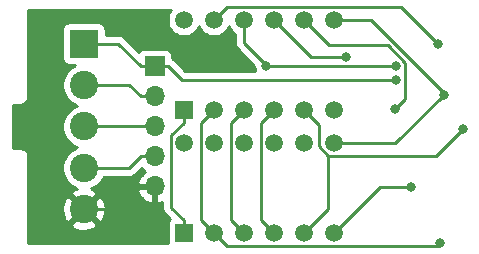
<source format=gbr>
G04 #@! TF.GenerationSoftware,KiCad,Pcbnew,5.1.5+dfsg1-2build2*
G04 #@! TF.CreationDate,2021-11-16T18:40:55-05:00*
G04 #@! TF.ProjectId,028INCH_8DIGIT,30323849-4e43-4485-9f38-44494749542e,rev?*
G04 #@! TF.SameCoordinates,Original*
G04 #@! TF.FileFunction,Copper,L1,Top*
G04 #@! TF.FilePolarity,Positive*
%FSLAX46Y46*%
G04 Gerber Fmt 4.6, Leading zero omitted, Abs format (unit mm)*
G04 Created by KiCad (PCBNEW 5.1.5+dfsg1-2build2) date 2021-11-16 18:40:55*
%MOMM*%
%LPD*%
G04 APERTURE LIST*
%ADD10R,1.500000X1.500000*%
%ADD11C,1.500000*%
%ADD12O,1.700000X1.700000*%
%ADD13R,1.700000X1.700000*%
%ADD14C,2.400000*%
%ADD15R,2.400000X2.400000*%
%ADD16C,0.800000*%
%ADD17C,0.250000*%
%ADD18C,0.254000*%
G04 APERTURE END LIST*
D10*
X115138000Y-109100000D03*
D11*
X117678000Y-109100000D03*
X120218000Y-109100000D03*
X122758000Y-109100000D03*
X125298000Y-109100000D03*
X127838000Y-109100000D03*
X127838000Y-101480000D03*
X125298000Y-101480000D03*
X122758000Y-101480000D03*
X120218000Y-101480000D03*
X117678000Y-101480000D03*
X115138000Y-101480000D03*
D10*
X115138000Y-119520000D03*
D11*
X117678000Y-119520000D03*
X120218000Y-119520000D03*
X122758000Y-119520000D03*
X125298000Y-119520000D03*
X127838000Y-119520000D03*
X127838000Y-111900000D03*
X125298000Y-111900000D03*
X122758000Y-111900000D03*
X120218000Y-111900000D03*
X117678000Y-111900000D03*
X115138000Y-111900000D03*
D12*
X112649000Y-115580000D03*
X112649000Y-113040000D03*
X112649000Y-110500000D03*
X112649000Y-107960000D03*
D13*
X112649000Y-105420000D03*
D14*
X106667000Y-117500000D03*
X106667000Y-114000000D03*
X106667000Y-110500000D03*
X106667000Y-107000000D03*
D15*
X106667000Y-103500000D03*
D16*
X128873200Y-104613700D03*
X134380700Y-115601600D03*
X133035700Y-109032400D03*
X136636400Y-103529700D03*
X133108500Y-106531000D03*
X136848900Y-120384700D03*
X138764500Y-110711900D03*
X137135300Y-107805000D03*
X122111300Y-105369200D03*
X133083800Y-105339000D03*
D17*
X128873200Y-104613700D02*
X125891700Y-104613700D01*
X125891700Y-104613700D02*
X122758000Y-101480000D01*
X134380700Y-115601600D02*
X131756400Y-115601600D01*
X131756400Y-115601600D02*
X127838000Y-119520000D01*
X125298000Y-101480000D02*
X127453800Y-103635800D01*
X127453800Y-103635800D02*
X132409000Y-103635800D01*
X132409000Y-103635800D02*
X133871900Y-105098700D01*
X133871900Y-105098700D02*
X133871900Y-108196200D01*
X133871900Y-108196200D02*
X133035700Y-109032400D01*
X136636400Y-103529700D02*
X133511300Y-100404600D01*
X133511300Y-100404600D02*
X118753400Y-100404600D01*
X118753400Y-100404600D02*
X117678000Y-101480000D01*
X112649000Y-115580000D02*
X111473700Y-115580000D01*
X106667000Y-117500000D02*
X109553700Y-117500000D01*
X109553700Y-117500000D02*
X111473700Y-115580000D01*
X112649000Y-113040000D02*
X111473700Y-113040000D01*
X106667000Y-114000000D02*
X110513700Y-114000000D01*
X110513700Y-114000000D02*
X111473700Y-113040000D01*
X106667000Y-110500000D02*
X112649000Y-110500000D01*
X112649000Y-107960000D02*
X111473700Y-107960000D01*
X106667000Y-107000000D02*
X110513700Y-107000000D01*
X110513700Y-107000000D02*
X111473700Y-107960000D01*
X113824300Y-105420000D02*
X114935300Y-106531000D01*
X114935300Y-106531000D02*
X133108500Y-106531000D01*
X112649000Y-105420000D02*
X111473700Y-105420000D01*
X106667000Y-103500000D02*
X109553700Y-103500000D01*
X109553700Y-103500000D02*
X111473700Y-105420000D01*
X112649000Y-105420000D02*
X113824300Y-105420000D01*
X117678000Y-109100000D02*
X116579500Y-110198500D01*
X116579500Y-110198500D02*
X116579500Y-118421500D01*
X116579500Y-118421500D02*
X117678000Y-119520000D01*
X136848900Y-120384700D02*
X136638200Y-120595400D01*
X136638200Y-120595400D02*
X118753400Y-120595400D01*
X118753400Y-120595400D02*
X117678000Y-119520000D01*
X120218000Y-109100000D02*
X119106700Y-110211300D01*
X119106700Y-110211300D02*
X119106700Y-118408700D01*
X119106700Y-118408700D02*
X120218000Y-119520000D01*
X115138000Y-109100000D02*
X115138000Y-110175300D01*
X115138000Y-119520000D02*
X115138000Y-118444700D01*
X115138000Y-118444700D02*
X114062700Y-117369400D01*
X114062700Y-117369400D02*
X114062700Y-111250600D01*
X114062700Y-111250600D02*
X115138000Y-110175300D01*
X122758000Y-119520000D02*
X121646700Y-118408700D01*
X121646700Y-118408700D02*
X121646700Y-110211300D01*
X121646700Y-110211300D02*
X122758000Y-109100000D01*
X127356300Y-112977900D02*
X126568000Y-112189600D01*
X126568000Y-112189600D02*
X126568000Y-110370000D01*
X126568000Y-110370000D02*
X125298000Y-109100000D01*
X138764500Y-110711900D02*
X136498500Y-112977900D01*
X136498500Y-112977900D02*
X127356300Y-112977900D01*
X127356300Y-112977900D02*
X127356300Y-117461700D01*
X127356300Y-117461700D02*
X125298000Y-119520000D01*
X137135300Y-107805000D02*
X137135300Y-107645700D01*
X137135300Y-107645700D02*
X130969600Y-101480000D01*
X130969600Y-101480000D02*
X127838000Y-101480000D01*
X127838000Y-111900000D02*
X133040300Y-111900000D01*
X133040300Y-111900000D02*
X137135300Y-107805000D01*
X122141500Y-105339000D02*
X122111300Y-105369200D01*
X122141500Y-105339000D02*
X120218000Y-103415500D01*
X120218000Y-103415500D02*
X120218000Y-101480000D01*
X133083800Y-105339000D02*
X122141500Y-105339000D01*
D18*
G36*
X113910629Y-100823957D02*
G01*
X113806225Y-101076011D01*
X113753000Y-101343589D01*
X113753000Y-101616411D01*
X113806225Y-101883989D01*
X113910629Y-102136043D01*
X114062201Y-102362886D01*
X114255114Y-102555799D01*
X114481957Y-102707371D01*
X114734011Y-102811775D01*
X115001589Y-102865000D01*
X115274411Y-102865000D01*
X115541989Y-102811775D01*
X115794043Y-102707371D01*
X116020886Y-102555799D01*
X116213799Y-102362886D01*
X116365371Y-102136043D01*
X116408000Y-102033127D01*
X116450629Y-102136043D01*
X116602201Y-102362886D01*
X116795114Y-102555799D01*
X117021957Y-102707371D01*
X117274011Y-102811775D01*
X117541589Y-102865000D01*
X117814411Y-102865000D01*
X118081989Y-102811775D01*
X118334043Y-102707371D01*
X118560886Y-102555799D01*
X118753799Y-102362886D01*
X118905371Y-102136043D01*
X118948000Y-102033127D01*
X118990629Y-102136043D01*
X119142201Y-102362886D01*
X119335114Y-102555799D01*
X119458000Y-102637909D01*
X119458000Y-103378177D01*
X119454324Y-103415500D01*
X119458000Y-103452822D01*
X119458000Y-103452832D01*
X119468997Y-103564485D01*
X119494630Y-103648986D01*
X119512454Y-103707746D01*
X119583026Y-103839776D01*
X119622871Y-103888326D01*
X119677999Y-103955501D01*
X119707003Y-103979304D01*
X121076300Y-105348602D01*
X121076300Y-105471139D01*
X121116074Y-105671098D01*
X121157455Y-105771000D01*
X115250102Y-105771000D01*
X114388104Y-104909002D01*
X114364301Y-104879999D01*
X114248576Y-104785026D01*
X114137072Y-104725425D01*
X114137072Y-104570000D01*
X114124812Y-104445518D01*
X114088502Y-104325820D01*
X114029537Y-104215506D01*
X113950185Y-104118815D01*
X113853494Y-104039463D01*
X113743180Y-103980498D01*
X113623482Y-103944188D01*
X113499000Y-103931928D01*
X111799000Y-103931928D01*
X111674518Y-103944188D01*
X111554820Y-103980498D01*
X111444506Y-104039463D01*
X111347815Y-104118815D01*
X111302515Y-104174013D01*
X110117504Y-102989003D01*
X110093701Y-102959999D01*
X109977976Y-102865026D01*
X109845947Y-102794454D01*
X109702686Y-102750997D01*
X109591033Y-102740000D01*
X109591022Y-102740000D01*
X109553700Y-102736324D01*
X109516378Y-102740000D01*
X108505072Y-102740000D01*
X108505072Y-102300000D01*
X108492812Y-102175518D01*
X108456502Y-102055820D01*
X108397537Y-101945506D01*
X108318185Y-101848815D01*
X108221494Y-101769463D01*
X108111180Y-101710498D01*
X107991482Y-101674188D01*
X107867000Y-101661928D01*
X105467000Y-101661928D01*
X105342518Y-101674188D01*
X105222820Y-101710498D01*
X105112506Y-101769463D01*
X105015815Y-101848815D01*
X104936463Y-101945506D01*
X104877498Y-102055820D01*
X104841188Y-102175518D01*
X104828928Y-102300000D01*
X104828928Y-104700000D01*
X104841188Y-104824482D01*
X104877498Y-104944180D01*
X104936463Y-105054494D01*
X105015815Y-105151185D01*
X105112506Y-105230537D01*
X105222820Y-105289502D01*
X105342518Y-105325812D01*
X105467000Y-105338072D01*
X105884162Y-105338072D01*
X105797801Y-105373844D01*
X105497256Y-105574662D01*
X105241662Y-105830256D01*
X105040844Y-106130801D01*
X104902518Y-106464750D01*
X104832000Y-106819268D01*
X104832000Y-107180732D01*
X104902518Y-107535250D01*
X105040844Y-107869199D01*
X105241662Y-108169744D01*
X105497256Y-108425338D01*
X105797801Y-108626156D01*
X106096787Y-108750000D01*
X105797801Y-108873844D01*
X105497256Y-109074662D01*
X105241662Y-109330256D01*
X105040844Y-109630801D01*
X104902518Y-109964750D01*
X104832000Y-110319268D01*
X104832000Y-110680732D01*
X104902518Y-111035250D01*
X105040844Y-111369199D01*
X105241662Y-111669744D01*
X105497256Y-111925338D01*
X105797801Y-112126156D01*
X106096787Y-112250000D01*
X105797801Y-112373844D01*
X105497256Y-112574662D01*
X105241662Y-112830256D01*
X105040844Y-113130801D01*
X104902518Y-113464750D01*
X104832000Y-113819268D01*
X104832000Y-114180732D01*
X104902518Y-114535250D01*
X105040844Y-114869199D01*
X105241662Y-115169744D01*
X105497256Y-115425338D01*
X105797801Y-115626156D01*
X106104489Y-115753190D01*
X105911167Y-115818154D01*
X105688514Y-115937164D01*
X105568626Y-116222020D01*
X106667000Y-117320395D01*
X107765374Y-116222020D01*
X107645486Y-115937164D01*
X107644935Y-115936890D01*
X111207524Y-115936890D01*
X111252175Y-116084099D01*
X111377359Y-116346920D01*
X111551412Y-116580269D01*
X111767645Y-116775178D01*
X112017748Y-116924157D01*
X112292109Y-117021481D01*
X112522000Y-116900814D01*
X112522000Y-115707000D01*
X111328845Y-115707000D01*
X111207524Y-115936890D01*
X107644935Y-115936890D01*
X107321790Y-115776301D01*
X107232310Y-115752031D01*
X107536199Y-115626156D01*
X107836744Y-115425338D01*
X108092338Y-115169744D01*
X108293156Y-114869199D01*
X108338388Y-114760000D01*
X110476378Y-114760000D01*
X110513700Y-114763676D01*
X110551022Y-114760000D01*
X110551033Y-114760000D01*
X110662686Y-114749003D01*
X110805947Y-114705546D01*
X110937976Y-114634974D01*
X111053701Y-114540001D01*
X111077504Y-114510998D01*
X111548697Y-114039804D01*
X111702368Y-114193475D01*
X111884534Y-114315195D01*
X111767645Y-114384822D01*
X111551412Y-114579731D01*
X111377359Y-114813080D01*
X111252175Y-115075901D01*
X111207524Y-115223110D01*
X111328845Y-115453000D01*
X112522000Y-115453000D01*
X112522000Y-115433000D01*
X112776000Y-115433000D01*
X112776000Y-115453000D01*
X112796000Y-115453000D01*
X112796000Y-115707000D01*
X112776000Y-115707000D01*
X112776000Y-116900814D01*
X113005891Y-117021481D01*
X113280252Y-116924157D01*
X113302700Y-116910785D01*
X113302700Y-117332077D01*
X113299024Y-117369400D01*
X113302700Y-117406722D01*
X113302700Y-117406732D01*
X113313697Y-117518385D01*
X113341696Y-117610686D01*
X113357154Y-117661646D01*
X113427726Y-117793676D01*
X113467571Y-117842226D01*
X113522699Y-117909401D01*
X113551702Y-117933204D01*
X113937089Y-118318590D01*
X113936815Y-118318815D01*
X113857463Y-118415506D01*
X113798498Y-118525820D01*
X113762188Y-118645518D01*
X113749928Y-118770000D01*
X113749928Y-120270000D01*
X113756822Y-120340000D01*
X101960000Y-120340000D01*
X101960000Y-118777980D01*
X105568626Y-118777980D01*
X105688514Y-119062836D01*
X106012210Y-119223699D01*
X106361069Y-119318322D01*
X106721684Y-119343067D01*
X107080198Y-119296985D01*
X107422833Y-119181846D01*
X107645486Y-119062836D01*
X107765374Y-118777980D01*
X106667000Y-117679605D01*
X105568626Y-118777980D01*
X101960000Y-118777980D01*
X101960000Y-117554684D01*
X104823933Y-117554684D01*
X104870015Y-117913198D01*
X104985154Y-118255833D01*
X105104164Y-118478486D01*
X105389020Y-118598374D01*
X106487395Y-117500000D01*
X106846605Y-117500000D01*
X107944980Y-118598374D01*
X108229836Y-118478486D01*
X108390699Y-118154790D01*
X108485322Y-117805931D01*
X108510067Y-117445316D01*
X108463985Y-117086802D01*
X108348846Y-116744167D01*
X108229836Y-116521514D01*
X107944980Y-116401626D01*
X106846605Y-117500000D01*
X106487395Y-117500000D01*
X105389020Y-116401626D01*
X105104164Y-116521514D01*
X104943301Y-116845210D01*
X104848678Y-117194069D01*
X104823933Y-117554684D01*
X101960000Y-117554684D01*
X101960000Y-113032419D01*
X101963193Y-113000000D01*
X101950450Y-112870617D01*
X101912710Y-112746207D01*
X101851425Y-112631550D01*
X101768948Y-112531052D01*
X101668450Y-112448575D01*
X101553793Y-112387290D01*
X101429383Y-112349550D01*
X101332419Y-112340000D01*
X101300000Y-112336807D01*
X101267581Y-112340000D01*
X100660000Y-112340000D01*
X100660000Y-108660000D01*
X101267581Y-108660000D01*
X101300000Y-108663193D01*
X101332419Y-108660000D01*
X101429383Y-108650450D01*
X101553793Y-108612710D01*
X101668450Y-108551425D01*
X101768948Y-108468948D01*
X101851425Y-108368450D01*
X101912710Y-108253793D01*
X101950450Y-108129383D01*
X101963193Y-108000000D01*
X101960000Y-107967581D01*
X101960000Y-100660000D01*
X114020182Y-100660000D01*
X113910629Y-100823957D01*
G37*
X113910629Y-100823957D02*
X113806225Y-101076011D01*
X113753000Y-101343589D01*
X113753000Y-101616411D01*
X113806225Y-101883989D01*
X113910629Y-102136043D01*
X114062201Y-102362886D01*
X114255114Y-102555799D01*
X114481957Y-102707371D01*
X114734011Y-102811775D01*
X115001589Y-102865000D01*
X115274411Y-102865000D01*
X115541989Y-102811775D01*
X115794043Y-102707371D01*
X116020886Y-102555799D01*
X116213799Y-102362886D01*
X116365371Y-102136043D01*
X116408000Y-102033127D01*
X116450629Y-102136043D01*
X116602201Y-102362886D01*
X116795114Y-102555799D01*
X117021957Y-102707371D01*
X117274011Y-102811775D01*
X117541589Y-102865000D01*
X117814411Y-102865000D01*
X118081989Y-102811775D01*
X118334043Y-102707371D01*
X118560886Y-102555799D01*
X118753799Y-102362886D01*
X118905371Y-102136043D01*
X118948000Y-102033127D01*
X118990629Y-102136043D01*
X119142201Y-102362886D01*
X119335114Y-102555799D01*
X119458000Y-102637909D01*
X119458000Y-103378177D01*
X119454324Y-103415500D01*
X119458000Y-103452822D01*
X119458000Y-103452832D01*
X119468997Y-103564485D01*
X119494630Y-103648986D01*
X119512454Y-103707746D01*
X119583026Y-103839776D01*
X119622871Y-103888326D01*
X119677999Y-103955501D01*
X119707003Y-103979304D01*
X121076300Y-105348602D01*
X121076300Y-105471139D01*
X121116074Y-105671098D01*
X121157455Y-105771000D01*
X115250102Y-105771000D01*
X114388104Y-104909002D01*
X114364301Y-104879999D01*
X114248576Y-104785026D01*
X114137072Y-104725425D01*
X114137072Y-104570000D01*
X114124812Y-104445518D01*
X114088502Y-104325820D01*
X114029537Y-104215506D01*
X113950185Y-104118815D01*
X113853494Y-104039463D01*
X113743180Y-103980498D01*
X113623482Y-103944188D01*
X113499000Y-103931928D01*
X111799000Y-103931928D01*
X111674518Y-103944188D01*
X111554820Y-103980498D01*
X111444506Y-104039463D01*
X111347815Y-104118815D01*
X111302515Y-104174013D01*
X110117504Y-102989003D01*
X110093701Y-102959999D01*
X109977976Y-102865026D01*
X109845947Y-102794454D01*
X109702686Y-102750997D01*
X109591033Y-102740000D01*
X109591022Y-102740000D01*
X109553700Y-102736324D01*
X109516378Y-102740000D01*
X108505072Y-102740000D01*
X108505072Y-102300000D01*
X108492812Y-102175518D01*
X108456502Y-102055820D01*
X108397537Y-101945506D01*
X108318185Y-101848815D01*
X108221494Y-101769463D01*
X108111180Y-101710498D01*
X107991482Y-101674188D01*
X107867000Y-101661928D01*
X105467000Y-101661928D01*
X105342518Y-101674188D01*
X105222820Y-101710498D01*
X105112506Y-101769463D01*
X105015815Y-101848815D01*
X104936463Y-101945506D01*
X104877498Y-102055820D01*
X104841188Y-102175518D01*
X104828928Y-102300000D01*
X104828928Y-104700000D01*
X104841188Y-104824482D01*
X104877498Y-104944180D01*
X104936463Y-105054494D01*
X105015815Y-105151185D01*
X105112506Y-105230537D01*
X105222820Y-105289502D01*
X105342518Y-105325812D01*
X105467000Y-105338072D01*
X105884162Y-105338072D01*
X105797801Y-105373844D01*
X105497256Y-105574662D01*
X105241662Y-105830256D01*
X105040844Y-106130801D01*
X104902518Y-106464750D01*
X104832000Y-106819268D01*
X104832000Y-107180732D01*
X104902518Y-107535250D01*
X105040844Y-107869199D01*
X105241662Y-108169744D01*
X105497256Y-108425338D01*
X105797801Y-108626156D01*
X106096787Y-108750000D01*
X105797801Y-108873844D01*
X105497256Y-109074662D01*
X105241662Y-109330256D01*
X105040844Y-109630801D01*
X104902518Y-109964750D01*
X104832000Y-110319268D01*
X104832000Y-110680732D01*
X104902518Y-111035250D01*
X105040844Y-111369199D01*
X105241662Y-111669744D01*
X105497256Y-111925338D01*
X105797801Y-112126156D01*
X106096787Y-112250000D01*
X105797801Y-112373844D01*
X105497256Y-112574662D01*
X105241662Y-112830256D01*
X105040844Y-113130801D01*
X104902518Y-113464750D01*
X104832000Y-113819268D01*
X104832000Y-114180732D01*
X104902518Y-114535250D01*
X105040844Y-114869199D01*
X105241662Y-115169744D01*
X105497256Y-115425338D01*
X105797801Y-115626156D01*
X106104489Y-115753190D01*
X105911167Y-115818154D01*
X105688514Y-115937164D01*
X105568626Y-116222020D01*
X106667000Y-117320395D01*
X107765374Y-116222020D01*
X107645486Y-115937164D01*
X107644935Y-115936890D01*
X111207524Y-115936890D01*
X111252175Y-116084099D01*
X111377359Y-116346920D01*
X111551412Y-116580269D01*
X111767645Y-116775178D01*
X112017748Y-116924157D01*
X112292109Y-117021481D01*
X112522000Y-116900814D01*
X112522000Y-115707000D01*
X111328845Y-115707000D01*
X111207524Y-115936890D01*
X107644935Y-115936890D01*
X107321790Y-115776301D01*
X107232310Y-115752031D01*
X107536199Y-115626156D01*
X107836744Y-115425338D01*
X108092338Y-115169744D01*
X108293156Y-114869199D01*
X108338388Y-114760000D01*
X110476378Y-114760000D01*
X110513700Y-114763676D01*
X110551022Y-114760000D01*
X110551033Y-114760000D01*
X110662686Y-114749003D01*
X110805947Y-114705546D01*
X110937976Y-114634974D01*
X111053701Y-114540001D01*
X111077504Y-114510998D01*
X111548697Y-114039804D01*
X111702368Y-114193475D01*
X111884534Y-114315195D01*
X111767645Y-114384822D01*
X111551412Y-114579731D01*
X111377359Y-114813080D01*
X111252175Y-115075901D01*
X111207524Y-115223110D01*
X111328845Y-115453000D01*
X112522000Y-115453000D01*
X112522000Y-115433000D01*
X112776000Y-115433000D01*
X112776000Y-115453000D01*
X112796000Y-115453000D01*
X112796000Y-115707000D01*
X112776000Y-115707000D01*
X112776000Y-116900814D01*
X113005891Y-117021481D01*
X113280252Y-116924157D01*
X113302700Y-116910785D01*
X113302700Y-117332077D01*
X113299024Y-117369400D01*
X113302700Y-117406722D01*
X113302700Y-117406732D01*
X113313697Y-117518385D01*
X113341696Y-117610686D01*
X113357154Y-117661646D01*
X113427726Y-117793676D01*
X113467571Y-117842226D01*
X113522699Y-117909401D01*
X113551702Y-117933204D01*
X113937089Y-118318590D01*
X113936815Y-118318815D01*
X113857463Y-118415506D01*
X113798498Y-118525820D01*
X113762188Y-118645518D01*
X113749928Y-118770000D01*
X113749928Y-120270000D01*
X113756822Y-120340000D01*
X101960000Y-120340000D01*
X101960000Y-118777980D01*
X105568626Y-118777980D01*
X105688514Y-119062836D01*
X106012210Y-119223699D01*
X106361069Y-119318322D01*
X106721684Y-119343067D01*
X107080198Y-119296985D01*
X107422833Y-119181846D01*
X107645486Y-119062836D01*
X107765374Y-118777980D01*
X106667000Y-117679605D01*
X105568626Y-118777980D01*
X101960000Y-118777980D01*
X101960000Y-117554684D01*
X104823933Y-117554684D01*
X104870015Y-117913198D01*
X104985154Y-118255833D01*
X105104164Y-118478486D01*
X105389020Y-118598374D01*
X106487395Y-117500000D01*
X106846605Y-117500000D01*
X107944980Y-118598374D01*
X108229836Y-118478486D01*
X108390699Y-118154790D01*
X108485322Y-117805931D01*
X108510067Y-117445316D01*
X108463985Y-117086802D01*
X108348846Y-116744167D01*
X108229836Y-116521514D01*
X107944980Y-116401626D01*
X106846605Y-117500000D01*
X106487395Y-117500000D01*
X105389020Y-116401626D01*
X105104164Y-116521514D01*
X104943301Y-116845210D01*
X104848678Y-117194069D01*
X104823933Y-117554684D01*
X101960000Y-117554684D01*
X101960000Y-113032419D01*
X101963193Y-113000000D01*
X101950450Y-112870617D01*
X101912710Y-112746207D01*
X101851425Y-112631550D01*
X101768948Y-112531052D01*
X101668450Y-112448575D01*
X101553793Y-112387290D01*
X101429383Y-112349550D01*
X101332419Y-112340000D01*
X101300000Y-112336807D01*
X101267581Y-112340000D01*
X100660000Y-112340000D01*
X100660000Y-108660000D01*
X101267581Y-108660000D01*
X101300000Y-108663193D01*
X101332419Y-108660000D01*
X101429383Y-108650450D01*
X101553793Y-108612710D01*
X101668450Y-108551425D01*
X101768948Y-108468948D01*
X101851425Y-108368450D01*
X101912710Y-108253793D01*
X101950450Y-108129383D01*
X101963193Y-108000000D01*
X101960000Y-107967581D01*
X101960000Y-100660000D01*
X114020182Y-100660000D01*
X113910629Y-100823957D01*
M02*

</source>
